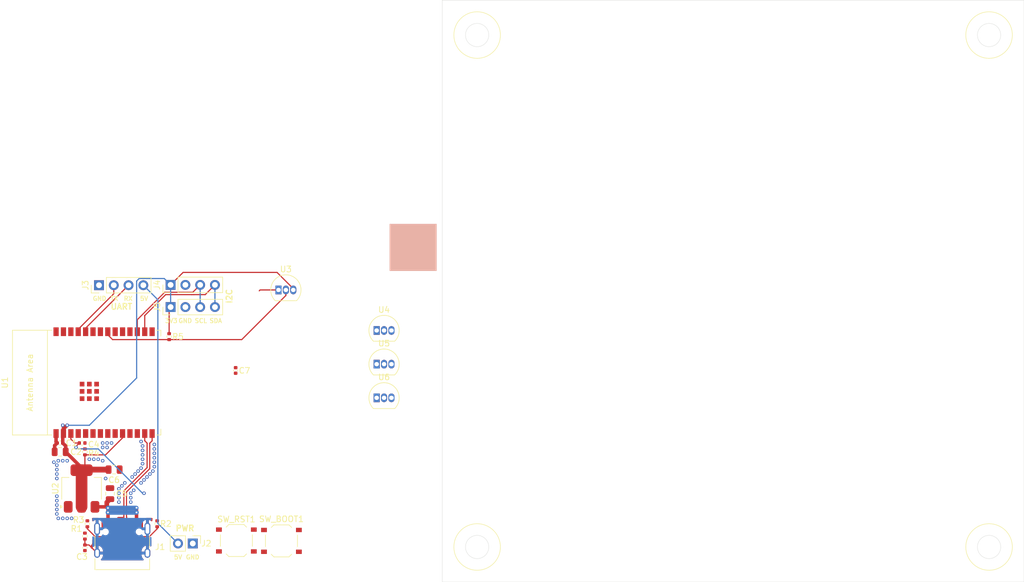
<source format=kicad_pcb>
(kicad_pcb (version 20241229) (generator "pcbnew") (generator_version "9.0")
  (layers (0 "F.Cu" signal) (2 "B.Cu" signal) (13 "F.Paste" user) (15 "B.Paste" user) (5 "F.SilkS" user "F.Silkscreen") (7 "B.SilkS" user "B.Silkscreen") (1 "F.Mask" user) (3 "B.Mask" user) (25 "Edge.Cuts" user))
  (net 0 "")
  (net 1 "+3V3")
  (net 2 "GND")
  (net 3 "Net-(J1-SHIELD)")
  (net 4 "Net-(J1-CC2)")
  (net 5 "USB_DP")
  (net 6 "+5V")
  (net 8 "Net-(J1-CC1)")
  (net 12 "SDA")
  (net 16 "SCL")
  (net 25 "EN")
  (net 26 "BOOT")
  (net 27 "RXD_1")
  (net 28 "TXD_1")
  (net 29 "TXD_0")
  (net 30 "RXD_0")
  (net 31 "DQ")
  (net 32 "USB_DN")
  (footprint "Resistor_SMD:R_0402_1005Metric" (layer "F.Cu") (at 39 140.01 90)
    (property "Reference" "R3" (at 0.676 -1.5 180) (layer "F.SilkS"))
    (property "Value" "5.1k")
    (fp_line (start -0.153641 -0.38) (end 0.153641 -0.38) (stroke (width 0.12)) (layer "F.SilkS"))
    (fp_line (start -0.153641 0.38) (end 0.153641 0.38) (stroke (width 0.12)) (layer "F.SilkS"))
    (pad "1" smd roundrect (at -0.51 0 90) (size 0.54 0.64) (layers "F.Cu" "F.Mask" "F.Paste") (net 8 "Net-(J1-CC1)"))
    (pad "2" smd roundrect (at 0.51 0 90) (size 0.54 0.64) (layers "F.Cu" "F.Mask" "F.Paste") (net 2 "GND"))
  )
  (footprint "Capacitor_SMD:C_0402_1005Metric" (layer "F.Cu") (at 38.098 126.126 180)
    (property "Reference" "C4" (at -2.004 -0.254 0) (layer "F.SilkS"))
    (property "Value" "100n")
    (fp_line (start -0.107836 0.36) (end 0.107836 0.36) (stroke (width 0.12)) (layer "F.SilkS"))
    (fp_line (start -0.107836 -0.36) (end 0.107836 -0.36) (stroke (width 0.12)) (layer "F.SilkS"))
    (pad "1" smd roundrect (at -0.48 0 180) (size 0.56 0.62) (layers "F.Cu" "F.Mask" "F.Paste") (net 2 "GND"))
    (pad "2" smd roundrect (at 0.48 0 180) (size 0.56 0.62) (layers "F.Cu" "F.Mask" "F.Paste") (net 25 "EN"))
  )
  (footprint "PCM_Espressif:ESP32-C6-WROOM-1" (layer "F.Cu") (at 41.88 115.745 90)
    (property "Reference" "U1" (at 0 -17.05 90) (layer "F.SilkS"))
    (property "Value" "ESP32-C6-WROOM-1")
    (fp_line (start 9 -15.75) (end 9 -9) (stroke (width 0.12)) (layer "F.SilkS"))
    (fp_line (start -9 -15.75) (end 9 -15.75) (stroke (width 0.12)) (layer "F.SilkS"))
    (fp_line (start -9 -15.75) (end -9 -9) (stroke (width 0.12)) (layer "F.SilkS"))
    (fp_line (start 9 -9.75) (end -9 -9.75) (stroke (width 0.12)) (layer "F.SilkS"))
    (fp_line (start 9 9) (end 9 9.75) (stroke (width 0.12)) (layer "F.SilkS"))
    (fp_line (start -9 9) (end -9 9.75) (stroke (width 0.12)) (layer "F.SilkS"))
    (fp_line (start 9 9.75) (end 8 9.75) (stroke (width 0.12)) (layer "F.SilkS"))
    (fp_line (start -9 9.75) (end -8 9.75) (stroke (width 0.12)) (layer "F.SilkS"))
    (fp_text user "Antenna Area" (at 0 -12.75 90) (layer "F.SilkS"))
    (pad "1" smd rect (at -8.75 -8.26 90) (size 1.5 0.9) (layers "F.Cu" "F.Mask" "F.Paste") (net 2 "GND"))
    (pad "2" smd rect (at -8.75 -6.99 90) (size 1.5 0.9) (layers "F.Cu" "F.Mask" "F.Paste") (net 1 "+3V3"))
    (pad "3" smd rect (at -8.75 -5.72 90) (size 1.5 0.9) (layers "F.Cu" "F.Mask" "F.Paste") (net 25 "EN"))
    (pad "4" smd rect (at -8.75 -4.45 90) (size 1.5 0.9) (layers "F.Cu" "F.Mask" "F.Paste"))
    (pad "5" smd rect (at -8.75 -3.18 90) (size 1.5 0.9) (layers "F.Cu" "F.Mask" "F.Paste"))
    (pad "6" smd rect (at -8.75 -1.91 90) (size 1.5 0.9) (layers "F.Cu" "F.Mask" "F.Paste"))
    (pad "7" smd rect (at -8.75 -0.64 90) (size 1.5 0.9) (layers "F.Cu" "F.Mask" "F.Paste"))
    (pad "8" smd rect (at -8.75 0.63 90) (size 1.5 0.9) (layers "F.Cu" "F.Mask" "F.Paste"))
    (pad "9" smd rect (at -8.75 1.9 90) (size 1.5 0.9) (layers "F.Cu" "F.Mask" "F.Paste"))
    (pad "10" smd rect (at -8.75 3.17 90) (size 1.5 0.9) (layers "F.Cu" "F.Mask" "F.Paste") (net 1 "+3V3"))
    (pad "11" smd rect (at -8.75 4.44 90) (size 1.5 0.9) (layers "F.Cu" "F.Mask" "F.Paste"))
    (pad "12" smd rect (at -8.75 5.71 90) (size 1.5 0.9) (layers "F.Cu" "F.Mask" "F.Paste"))
    (pad "13" smd rect (at -8.75 6.98 90) (size 1.5 0.9) (layers "F.Cu" "F.Mask" "F.Paste") (net 32 "USB_DN"))
    (pad "14" smd rect (at -8.75 8.25 90) (size 1.5 0.9) (layers "F.Cu" "F.Mask" "F.Paste") (net 5 "USB_DP"))
    (pad "15" smd rect (at 8.75 8.25 270) (size 1.5 0.9) (layers "F.Cu" "F.Mask" "F.Paste") (net 26 "BOOT"))
    (pad "16" smd rect (at 8.75 6.98 270) (size 1.5 0.9) (layers "F.Cu" "F.Mask" "F.Paste") (net 12 "SDA"))
    (pad "17" smd rect (at 8.75 5.71 270) (size 1.5 0.9) (layers "F.Cu" "F.Mask" "F.Paste") (net 16 "SCL"))
    (pad "18" smd rect (at 8.75 4.44 270) (size 1.5 0.9) (layers "F.Cu" "F.Mask" "F.Paste"))
    (pad "19" smd rect (at 8.75 3.17 270) (size 1.5 0.9) (layers "F.Cu" "F.Mask" "F.Paste"))
    (pad "20" smd rect (at 8.75 1.9 270) (size 1.5 0.9) (layers "F.Cu" "F.Mask" "F.Paste"))
    (pad "21" smd rect (at 8.75 0.63 270) (size 1.5 0.9) (layers "F.Cu" "F.Mask" "F.Paste") (net 31 "DQ"))
    (pad "22" smd rect (at 8.75 -0.64 270) (size 1.5 0.9) (layers "F.Cu" "F.Mask" "F.Paste"))
    (pad "23" smd rect (at 8.75 -1.91 270) (size 1.5 0.9) (layers "F.Cu" "F.Mask" "F.Paste"))
    (pad "24" smd rect (at 8.75 -3.18 270) (size 1.5 0.9) (layers "F.Cu" "F.Mask" "F.Paste") (net 30 "RXD_0"))
    (pad "25" smd rect (at 8.75 -4.45 270) (size 1.5 0.9) (layers "F.Cu" "F.Mask" "F.Paste") (net 29 "TXD_0"))
    (pad "26" smd rect (at 8.75 -5.72 270) (size 1.5 0.9) (layers "F.Cu" "F.Mask" "F.Paste") (net 28 "TXD_1"))
    (pad "27" smd rect (at 8.75 -6.99 270) (size 1.5 0.9) (layers "F.Cu" "F.Mask" "F.Paste") (net 27 "RXD_1"))
    (pad "28" smd rect (at 8.75 -8.26 270) (size 1.5 0.9) (layers "F.Cu" "F.Mask" "F.Paste") (net 2 "GND"))
    (pad "29" smd rect (at -2.755 -3.79 270) (size 0.8 0.8) (layers "F.Cu" "F.Mask" "F.Paste") (net 2 "GND"))
    (pad "29" smd rect (at -2.755 -2.54 270) (size 0.8 0.8) (layers "F.Cu" "F.Mask" "F.Paste") (net 2 "GND"))
    (pad "29" smd rect (at -2.755 -1.29 270) (size 0.8 0.8) (layers "F.Cu" "F.Mask" "F.Paste") (net 2 "GND"))
    (pad "29" smd rect (at -1.505 -3.79 270) (size 0.8 0.8) (layers "F.Cu" "F.Mask" "F.Paste") (net 2 "GND"))
    (pad "29" smd rect (at -1.505 -2.54 270) (size 0.8 0.8) (layers "F.Cu" "F.Mask" "F.Paste") (net 2 "GND"))
    (pad "29" smd rect (at -1.505 -1.29 270) (size 0.8 0.8) (layers "F.Cu" "F.Mask" "F.Paste") (net 2 "GND"))
    (pad "29" smd rect (at -0.255 -3.79 270) (size 0.8 0.8) (layers "F.Cu" "F.Mask" "F.Paste") (net 2 "GND"))
    (pad "29" smd rect (at -0.255 -2.54 270) (size 0.8 0.8) (layers "F.Cu" "F.Mask" "F.Paste") (net 2 "GND"))
    (pad "29" smd rect (at -0.255 -1.29 270) (size 0.8 0.8) (layers "F.Cu" "F.Mask" "F.Paste") (net 2 "GND"))
    (zone (net 0) (net_name "") (layers "F.Cu" "B.Cu") (name "antenna keepout") (connect_pads (clearance 0)) (min_thickness 0.254)
      (keepout (tracks not_allowed) (vias not_allowed) (pads not_allowed) (copperpour not_allowed) (footprints not_allowed))
      (fill (thermal_gap 0.508) (thermal_bridge_width 0.508))
      (polygon (pts (xy 32.13 106.745) (xy 32.13 124.745) (xy 26.13 124.745) (xy 26.13 106.745)))
    )
  )
  (footprint "Capacitor_SMD:C_0402_1005Metric" (layer "F.Cu") (at 34.288 126.126)
    (property "Reference" "C1" (at 1.98 0 0) (layer "F.SilkS"))
    (property "Value" "1u")
    (fp_line (start -0.107836 -0.36) (end 0.107836 -0.36) (stroke (width 0.12)) (layer "F.SilkS"))
    (fp_line (start -0.107836 0.36) (end 0.107836 0.36) (stroke (width 0.12)) (layer "F.SilkS"))
    (pad "1" smd roundrect (at -0.48 0) (size 0.56 0.62) (layers "F.Cu" "F.Mask" "F.Paste") (net 2 "GND"))
    (pad "2" smd roundrect (at 0.48 0) (size 0.56 0.62) (layers "F.Cu" "F.Mask" "F.Paste") (net 1 "+3V3"))
  )
  (footprint "Connector_PinHeader_2.54mm:PinHeader_1x02_P2.54mm_Vertical" (layer "F.Cu") (at 57.12 143.398 -90)
    (property "Reference" "J2" (at 0 -2.33 180) (layer "F.SilkS"))
    (property "Value" "Power-Header")
    (fp_line (start -1.33 3.87) (end 1.33 3.87) (stroke (width 0.12)) (layer "F.SilkS"))
    (fp_line (start -1.33 1.27) (end -1.33 3.87) (stroke (width 0.12)) (layer "F.SilkS"))
    (fp_line (start -1.33 1.27) (end 1.33 1.27) (stroke (width 0.12)) (layer "F.SilkS"))
    (fp_line (start 1.33 1.27) (end 1.33 3.87) (stroke (width 0.12)) (layer "F.SilkS"))
    (fp_line (start -1.33 0) (end -1.33 -1.33) (stroke (width 0.12)) (layer "F.SilkS"))
    (fp_line (start -1.33 -1.33) (end 0 -1.33) (stroke (width 0.12)) (layer "F.SilkS"))
    (pad "1" thru_hole rect (at 0 0 270) (size 1.7 1.7) (drill 1) (layers "*.Cu" "*.Mask") (net 2 "GND"))
    (pad "2" thru_hole oval (at 0 2.54 270) (size 1.7 1.7) (drill 1) (layers "*.Cu" "*.Mask") (net 6 "+5V"))
  )
  (footprint "Package_TO_SOT_THT:TO-92_Inline" (layer "F.Cu") (at 88.73 106.78)
    (property "Reference" "U4" (at 1.27 -3.56 0) (layer "F.SilkS"))
    (property "Value" "DS18B20")
    (fp_line (start -0.53 1.85) (end 3.07 1.85) (stroke (width 0.12)) (layer "F.SilkS"))
    (fp_arc (start -0.568478 1.838478) (mid -1.132087 -0.994977) (end 1.27 -2.6) (stroke (width 0.12)) (layer "F.SilkS"))
    (fp_arc (start 1.27 -2.6) (mid 3.672087 -0.994977) (end 3.108478 1.838478) (stroke (width 0.12)) (layer "F.SilkS"))
    (pad "1" thru_hole rect (at 0 0) (size 1.05 1.5) (drill 0.75) (layers "*.Cu" "*.Mask") (net 2 "GND"))
    (pad "2" thru_hole oval (at 1.27 0) (size 1.05 1.5) (drill 0.75) (layers "*.Cu" "*.Mask") (net 31 "DQ"))
    (pad "3" thru_hole oval (at 2.54 0) (size 1.05 1.5) (drill 0.75) (layers "*.Cu" "*.Mask") (net 1 "+3V3"))
  )
  (footprint "Resistor_SMD:R_0402_1005Metric" (layer "F.Cu") (at 53.056 107.84 -90)
    (property "Reference" "R5" (at -0.002 -1.524 180) (layer "F.SilkS"))
    (property "Value" "4.7k")
    (fp_line (start -0.153641 0.38) (end 0.153641 0.38) (stroke (width 0.12)) (layer "F.SilkS"))
    (fp_line (start -0.153641 -0.38) (end 0.153641 -0.38) (stroke (width 0.12)) (layer "F.SilkS"))
    (pad "1" smd roundrect (at -0.51 0 270) (size 0.54 0.64) (layers "F.Cu" "F.Mask" "F.Paste") (net 1 "+3V3"))
    (pad "2" smd roundrect (at 0.51 0 270) (size 0.54 0.64) (layers "F.Cu" "F.Mask" "F.Paste") (net 31 "DQ"))
  )
  (footprint "Button_Switch_SMD:SW_Push_1P1T_XKB_TS-1187A" (layer "F.Cu") (at 64.613 142.89 180)
    (property "Reference" "SW_RST1" (at 0 3.653 0) (layer "F.SilkS"))
    (property "Value" "TS-1187A-B-A-B")
    (fp_line (start 2.75 -1) (end 2.75 1) (stroke (width 0.12)) (layer "F.SilkS"))
    (fp_line (start 1.75 2.3) (end 1.3 2.75) (stroke (width 0.12)) (layer "F.SilkS"))
    (fp_line (start 1.75 -2.3) (end 1.3 -2.75) (stroke (width 0.12)) (layer "F.SilkS"))
    (fp_line (start -1.3 2.75) (end 1.3 2.75) (stroke (width 0.12)) (layer "F.SilkS"))
    (fp_line (start -1.3 -2.75) (end 1.3 -2.75) (stroke (width 0.12)) (layer "F.SilkS"))
    (fp_line (start -1.75 2.3) (end -1.3 2.75) (stroke (width 0.12)) (layer "F.SilkS"))
    (fp_line (start -1.75 -2.3) (end -1.3 -2.75) (stroke (width 0.12)) (layer "F.SilkS"))
    (fp_line (start -2.75 -1) (end -2.75 1) (stroke (width 0.12)) (layer "F.SilkS"))
    (pad "1" smd rect (at -3 -1.875 180) (size 1 0.75) (layers "F.Cu" "F.Mask" "F.Paste") (net 2 "GND"))
    (pad "1" smd rect (at 3 -1.875 180) (size 1 0.75) (layers "F.Cu" "F.Mask" "F.Paste") (net 2 "GND"))
    (pad "2" smd rect (at -3 1.875 180) (size 1 0.75) (layers "F.Cu" "F.Mask" "F.Paste") (net 25 "EN"))
    (pad "2" smd rect (at 3 1.875 180) (size 1 0.75) (layers "F.Cu" "F.Mask" "F.Paste") (net 25 "EN"))
  )
  (footprint "Package_TO_SOT_THT:TO-92_Inline" (layer "F.Cu") (at 88.73 118.36)
    (property "Reference" "U6" (at 1.27 -3.56 0) (layer "F.SilkS"))
    (property "Value" "DS18B20")
    (fp_line (start -0.53 1.85) (end 3.07 1.85) (stroke (width 0.12)) (layer "F.SilkS"))
    (fp_arc (start -0.568478 1.838478) (mid -1.132087 -0.994977) (end 1.27 -2.6) (stroke (width 0.12)) (layer "F.SilkS"))
    (fp_arc (start 1.27 -2.6) (mid 3.672087 -0.994977) (end 3.108478 1.838478) (stroke (width 0.12)) (layer "F.SilkS"))
    (pad "1" thru_hole rect (at 0 0) (size 1.05 1.5) (drill 0.75) (layers "*.Cu" "*.Mask") (net 2 "GND"))
    (pad "2" thru_hole oval (at 1.27 0) (size 1.05 1.5) (drill 0.75) (layers "*.Cu" "*.Mask") (net 31 "DQ"))
    (pad "3" thru_hole oval (at 2.54 0) (size 1.05 1.5) (drill 0.75) (layers "*.Cu" "*.Mask") (net 1 "+3V3"))
  )
  (footprint "Package_TO_SOT_THT:TO-92_Inline" (layer "F.Cu") (at 71.852 99.816)
    (property "Reference" "U3" (at 1.27 -3.56 0) (layer "F.SilkS"))
    (property "Value" "DS18B20")
    (fp_line (start -0.53 1.85) (end 3.07 1.85) (stroke (width 0.12)) (layer "F.SilkS"))
    (fp_arc (start -0.568478 1.838478) (mid -1.132087 -0.994977) (end 1.27 -2.6) (stroke (width 0.12)) (layer "F.SilkS"))
    (fp_arc (start 1.27 -2.6) (mid 3.672087 -0.994977) (end 3.108478 1.838478) (stroke (width 0.12)) (layer "F.SilkS"))
    (pad "1" thru_hole rect (at 0 0) (size 1.05 1.5) (drill 0.75) (layers "*.Cu" "*.Mask") (net 2 "GND"))
    (pad "2" thru_hole oval (at 1.27 0) (size 1.05 1.5) (drill 0.75) (layers "*.Cu" "*.Mask") (net 31 "DQ"))
    (pad "3" thru_hole oval (at 2.54 0) (size 1.05 1.5) (drill 0.75) (layers "*.Cu" "*.Mask") (net 1 "+3V3"))
  )
  (footprint "Capacitor_SMD:C_0402_1005Metric" (layer "F.Cu") (at 64.486 113.652 90)
    (property "Reference" "C7" (at -0.028 1.524 0) (layer "F.SilkS"))
    (property "Value" "100n")
    (fp_line (start -0.107836 -0.36) (end 0.107836 -0.36) (stroke (width 0.12)) (layer "F.SilkS"))
    (fp_line (start -0.107836 0.36) (end 0.107836 0.36) (stroke (width 0.12)) (layer "F.SilkS"))
    (pad "1" smd roundrect (at -0.48 0 90) (size 0.56 0.62) (layers "F.Cu" "F.Mask" "F.Paste") (net 26 "BOOT"))
    (pad "2" smd roundrect (at 0.48 0 90) (size 0.56 0.62) (layers "F.Cu" "F.Mask" "F.Paste") (net 2 "GND"))
  )
  (footprint "Package_TO_SOT_SMD:SOT-223-3_TabPin2" (layer "F.Cu") (at 38.0052 133.9488 90)
    (property "Reference" "U2" (at 0 -4.5 90) (layer "F.SilkS"))
    (property "Value" "AMS1117-3.3")
    (fp_line (start 1.91 -3.41) (end 1.91 -2.15) (stroke (width 0.12)) (layer "F.SilkS"))
    (fp_line (start -1.85 -3.41) (end 1.91 -3.41) (stroke (width 0.12)) (layer "F.SilkS"))
    (fp_line (start 1.91 3.41) (end 1.91 2.15) (stroke (width 0.12)) (layer "F.SilkS"))
    (fp_line (start -1.85 3.41) (end 1.91 3.41) (stroke (width 0.12)) (layer "F.SilkS"))
    (fp_poly (pts (xy -3.13 -3.31) (xy -3.37 -3.64) (xy -2.89 -3.64) (xy -3.13 -3.31)) (stroke (width 0.12)) (fill yes) (layer "F.SilkS"))
    (pad "1" smd roundrect (at -3.15 -2.3 90) (size 2 1.5) (layers "F.Cu" "F.Mask" "F.Paste") (net 2 "GND"))
    (pad "2" smd roundrect (at -3.15 0 90) (size 2 1.5) (layers "F.Cu" "F.Mask" "F.Paste") (net 1 "+3V3"))
    (pad "2" smd roundrect (at 3.15 0 90) (size 2 3.8) (layers "F.Cu" "F.Mask" "F.Paste") (net 1 "+3V3"))
    (pad "3" smd roundrect (at -3.15 2.3 90) (size 2 1.5) (layers "F.Cu" "F.Mask" "F.Paste") (net 6 "+5V"))
  )
  (footprint "Capacitor_SMD:C_0402_1005Metric" (layer "F.Cu") (at 38.578 144.132 90)
    (property "Reference" "C3" (at -1.552 -0.508 0) (layer "F.SilkS"))
    (property "Value" "4.7n")
    (fp_line (start -0.107836 -0.36) (end 0.107836 -0.36) (stroke (width 0.12)) (layer "F.SilkS"))
    (fp_line (start -0.107836 0.36) (end 0.107836 0.36) (stroke (width 0.12)) (layer "F.SilkS"))
    (pad "1" smd roundrect (at -0.48 0 90) (size 0.56 0.62) (layers "F.Cu" "F.Mask" "F.Paste") (net 2 "GND"))
    (pad "2" smd roundrect (at 0.48 0 90) (size 0.56 0.62) (layers "F.Cu" "F.Mask" "F.Paste") (net 3 "Net-(J1-SHIELD)"))
  )
  (footprint "Connector_PinHeader_2.54mm:PinHeader_1x04_P2.54mm_Vertical" (layer "F.Cu") (at 53.31 102.758 90)
    (property "Reference" "J5" (at 0 -2.33 90) (layer "F.SilkS"))
    (property "Value" "I2C")
    (fp_line (start -1.33 -1.33) (end 0 -1.33) (stroke (width 0.12)) (layer "F.SilkS"))
    (fp_line (start -1.33 0) (end -1.33 -1.33) (stroke (width 0.12)) (layer "F.SilkS"))
    (fp_line (start 1.33 1.27) (end 1.33 8.95) (stroke (width 0.12)) (layer "F.SilkS"))
    (fp_line (start -1.33 1.27) (end 1.33 1.27) (stroke (width 0.12)) (layer "F.SilkS"))
    (fp_line (start -1.33 1.27) (end -1.33 8.95) (stroke (width 0.12)) (layer "F.SilkS"))
    (fp_line (start -1.33 8.95) (end 1.33 8.95) (stroke (width 0.12)) (layer "F.SilkS"))
    (pad "1" thru_hole rect (at 0 0 90) (size 1.7 1.7) (drill 1) (layers "*.Cu" "*.Mask") (net 1 "+3V3"))
    (pad "2" thru_hole oval (at 0 2.54 90) (size 1.7 1.7) (drill 1) (layers "*.Cu" "*.Mask") (net 2 "GND"))
    (pad "3" thru_hole oval (at 0 5.08 90) (size 1.7 1.7) (drill 1) (layers "*.Cu" "*.Mask") (net 16 "SCL"))
    (pad "4" thru_hole oval (at 0 7.62 90) (size 1.7 1.7) (drill 1) (layers "*.Cu" "*.Mask") (net 12 "SDA"))
  )
  (footprint "Connector_PinHeader_2.54mm:PinHeader_1x04_P2.54mm_Vertical" (layer "F.Cu") (at 53.31 98.948 90)
    (property "Reference" "J4" (at 0 -2.33 90) (layer "F.SilkS"))
    (property "Value" "I2C")
    (fp_line (start -1.33 -1.33) (end 0 -1.33) (stroke (width 0.12)) (layer "F.SilkS"))
    (fp_line (start -1.33 0) (end -1.33 -1.33) (stroke (width 0.12)) (layer "F.SilkS"))
    (fp_line (start 1.33 1.27) (end 1.33 8.95) (stroke (width 0.12)) (layer "F.SilkS"))
    (fp_line (start -1.33 1.27) (end 1.33 1.27) (stroke (width 0.12)) (layer "F.SilkS"))
    (fp_line (start -1.33 1.27) (end -1.33 8.95) (stroke (width 0.12)) (layer "F.SilkS"))
    (fp_line (start -1.33 8.95) (end 1.33 8.95) (stroke (width 0.12)) (layer "F.SilkS"))
    (pad "1" thru_hole rect (at 0 0 90) (size 1.7 1.7) (drill 1) (layers "*.Cu" "*.Mask") (net 1 "+3V3"))
    (pad "2" thru_hole oval (at 0 2.54 90) (size 1.7 1.7) (drill 1) (layers "*.Cu" "*.Mask") (net 2 "GND"))
    (pad "3" thru_hole oval (at 0 5.08 90) (size 1.7 1.7) (drill 1) (layers "*.Cu" "*.Mask") (net 16 "SCL"))
    (pad "4" thru_hole oval (at 0 7.62 90) (size 1.7 1.7) (drill 1) (layers "*.Cu" "*.Mask") (net 12 "SDA"))
  )
  (footprint "Connector_PinHeader_2.54mm:PinHeader_1x04_P2.54mm_Vertical" (layer "F.Cu") (at 41 99 90)
    (property "Reference" "J3" (at 0 -2.33 90) (layer "F.SilkS"))
    (property "Value" "UART")
    (fp_line (start -1.33 -1.33) (end 0 -1.33) (stroke (width 0.12)) (layer "F.SilkS"))
    (fp_line (start -1.33 0) (end -1.33 -1.33) (stroke (width 0.12)) (layer "F.SilkS"))
    (fp_line (start 1.33 1.27) (end 1.33 8.95) (stroke (width 0.12)) (layer "F.SilkS"))
    (fp_line (start -1.33 1.27) (end 1.33 1.27) (stroke (width 0.12)) (layer "F.SilkS"))
    (fp_line (start -1.33 1.27) (end -1.33 8.95) (stroke (width 0.12)) (layer "F.SilkS"))
    (fp_line (start -1.33 8.95) (end 1.33 8.95) (stroke (width 0.12)) (layer "F.SilkS"))
    (pad "1" thru_hole rect (at 0 0 90) (size 1.7 1.7) (drill 1) (layers "*.Cu" "*.Mask") (net 2 "GND"))
    (pad "2" thru_hole oval (at 0 2.54 90) (size 1.7 1.7) (drill 1) (layers "*.Cu" "*.Mask") (net 29 "TXD_0"))
    (pad "3" thru_hole oval (at 0 5.08 90) (size 1.7 1.7) (drill 1) (layers "*.Cu" "*.Mask") (net 30 "RXD_0"))
    (pad "4" thru_hole oval (at 0 7.62 90) (size 1.7 1.7) (drill 1) (layers "*.Cu" "*.Mask") (net 6 "+5V"))
  )
  (footprint "Button_Switch_SMD:SW_Push_1P1T_XKB_TS-1187A" (layer "F.Cu") (at 72.36 142.95)
    (property "Reference" "SW_BOOT1" (at 0 -3.75 0) (layer "F.SilkS"))
    (property "Value" "TS-1187A-B-A-B")
    (fp_line (start -2.75 -1) (end -2.75 1) (stroke (width 0.12)) (layer "F.SilkS"))
    (fp_line (start -1.75 -2.3) (end -1.3 -2.75) (stroke (width 0.12)) (layer "F.SilkS"))
    (fp_line (start -1.75 2.3) (end -1.3 2.75) (stroke (width 0.12)) (layer "F.SilkS"))
    (fp_line (start -1.3 -2.75) (end 1.3 -2.75) (stroke (width 0.12)) (layer "F.SilkS"))
    (fp_line (start -1.3 2.75) (end 1.3 2.75) (stroke (width 0.12)) (layer "F.SilkS"))
    (fp_line (start 1.75 -2.3) (end 1.3 -2.75) (stroke (width 0.12)) (layer "F.SilkS"))
    (fp_line (start 1.75 2.3) (end 1.3 2.75) (stroke (width 0.12)) (layer "F.SilkS"))
    (fp_line (start 2.75 -1) (end 2.75 1) (stroke (width 0.12)) (layer "F.SilkS"))
    (pad "1" smd rect (at -3 -1.875) (size 1 0.75) (layers "F.Cu" "F.Mask" "F.Paste") (net 26 "BOOT"))
    (pad "1" smd rect (at 3 -1.875) (size 1 0.75) (layers "F.Cu" "F.Mask" "F.Paste") (net 26 "BOOT"))
    (pad "2" smd rect (at -3 1.875) (size 1 0.75) (layers "F.Cu" "F.Mask" "F.Paste") (net 2 "GND"))
    (pad "2" smd rect (at 3 1.875) (size 1 0.75) (layers "F.Cu" "F.Mask" "F.Paste") (net 2 "GND"))
  )
  (footprint "Capacitor_SMD:C_0805_2012Metric" (layer "F.Cu") (at 42.896 134.828 90)
    (property "Reference" "C5" (at 0 2 180) (layer "F.SilkS"))
    (property "Value" "47u")
    (fp_line (start -0.261252 -0.735) (end 0.261252 -0.735) (stroke (width 0.12)) (layer "F.SilkS"))
    (fp_line (start -0.261252 0.735) (end 0.261252 0.735) (stroke (width 0.12)) (layer "F.SilkS"))
    (pad "1" smd roundrect (at -0.95 0 90) (size 1 1.45) (layers "F.Cu" "F.Mask" "F.Paste") (net 6 "+5V"))
    (pad "2" smd roundrect (at 0.95 0 90) (size 1 1.45) (layers "F.Cu" "F.Mask" "F.Paste") (net 2 "GND"))
  )
  (footprint "Resistor_SMD:R_0402_1005Metric" (layer "F.Cu") (at 38.578 142.13 -90)
    (property "Reference" "R1" (at -1.272 1.45 180) (layer "F.SilkS"))
    (property "Value" "1M")
    (fp_line (start -0.153641 0.38) (end 0.153641 0.38) (stroke (width 0.12)) (layer "F.SilkS"))
    (fp_line (start -0.153641 -0.38) (end 0.153641 -0.38) (stroke (width 0.12)) (layer "F.SilkS"))
    (pad "1" smd roundrect (at -0.51 0 270) (size 0.54 0.64) (layers "F.Cu" "F.Mask" "F.Paste") (net 2 "GND"))
    (pad "2" smd roundrect (at 0.51 0 270) (size 0.54 0.64) (layers "F.Cu" "F.Mask" "F.Paste") (net 3 "Net-(J1-SHIELD)"))
  )
  (footprint "Resistor_SMD:R_0402_1005Metric" (layer "F.Cu") (at 51 140.01 90)
    (property "Reference" "R2" (at 0 1.5 0) (layer "F.SilkS"))
    (property "Value" "5.1k")
    (fp_line (start -0.153641 -0.38) (end 0.153641 -0.38) (stroke (width 0.12)) (layer "F.SilkS"))
    (fp_line (start -0.153641 0.38) (end 0.153641 0.38) (stroke (width 0.12)) (layer "F.SilkS"))
    (pad "1" smd roundrect (at -0.51 0 90) (size 0.54 0.64) (layers "F.Cu" "F.Mask" "F.Paste") (net 4 "Net-(J1-CC2)"))
    (pad "2" smd roundrect (at 0.51 0 90) (size 0.54 0.64) (layers "F.Cu" "F.Mask" "F.Paste") (net 2 "GND"))
  )
  (footprint "Package_TO_SOT_THT:TO-92_Inline" (layer "F.Cu") (at 88.73 112.57)
    (property "Reference" "U5" (at 1.27 -3.56 0) (layer "F.SilkS"))
    (property "Value" "DS18B20")
    (fp_line (start -0.53 1.85) (end 3.07 1.85) (stroke (width 0.12)) (layer "F.SilkS"))
    (fp_arc (start -0.568478 1.838478) (mid -1.132087 -0.994977) (end 1.27 -2.6) (stroke (width 0.12)) (layer "F.SilkS"))
    (fp_arc (start 1.27 -2.6) (mid 3.672087 -0.994977) (end 3.108478 1.838478) (stroke (width 0.12)) (layer "F.SilkS"))
    (pad "1" thru_hole rect (at 0 0) (size 1.05 1.5) (drill 0.75) (layers "*.Cu" "*.Mask") (net 2 "GND"))
    (pad "2" thru_hole oval (at 1.27 0) (size 1.05 1.5) (drill 0.75) (layers "*.Cu" "*.Mask") (net 31 "DQ"))
    (pad "3" thru_hole oval (at 2.54 0) (size 1.05 1.5) (drill 0.75) (layers "*.Cu" "*.Mask") (net 1 "+3V3"))
  )
  (footprint "Capacitor_SMD:C_0805_2012Metric" (layer "F.Cu") (at 34.326 127.65)
    (property "Reference" "C2" (at 2.728 0 0) (layer "F.SilkS"))
    (property "Value" "47u")
    (fp_line (start -0.261252 -0.735) (end 0.261252 -0.735) (stroke (width 0.12)) (layer "F.SilkS"))
    (fp_line (start -0.261252 0.735) (end 0.261252 0.735) (stroke (width 0.12)) (layer "F.SilkS"))
    (pad "1" smd roundrect (at -0.95 0) (size 1 1.45) (layers "F.Cu" "F.Mask" "F.Paste") (net 2 "GND"))
    (pad "2" smd roundrect (at 0.95 0) (size 1 1.45) (layers "F.Cu" "F.Mask" "F.Paste") (net 1 "+3V3"))
  )
  (footprint "Connector_USB:USB_C_Receptacle_HRO_TYPE-C-31-M-12" (layer "F.Cu") (at 45 144)
    (property "Reference" "J1" (at 6.5 0 0) (layer "F.SilkS"))
    (property "Value" "TYPE-C-31-M-04")
    (fp_line (start -4.7 -1.9) (end -4.7 0.1) (stroke (width 0.12)) (layer "F.SilkS"))
    (fp_line (start -4.7 2) (end -4.7 3.9) (stroke (width 0.12)) (layer "F.SilkS"))
    (fp_line (start -4.7 3.9) (end 4.7 3.9) (stroke (width 0.12)) (layer "F.SilkS"))
    (fp_line (start 4.7 -1.9) (end 4.7 0.1) (stroke (width 0.12)) (layer "F.SilkS"))
    (fp_line (start 4.7 2) (end 4.7 3.9) (stroke (width 0.12)) (layer "F.SilkS"))
    (pad "" np_thru_hole circle (at -2.89 -2.6) (size 0.65 0.65) (drill 0.65) (layers "*.Cu" "*.Mask"))
    (pad "" np_thru_hole circle (at 2.89 -2.6) (size 0.65 0.65) (drill 0.65) (layers "*.Cu" "*.Mask"))
    (pad "A1" smd rect (at -3.25 -4.045) (size 0.6 1.45) (layers "F.Cu" "F.Mask" "F.Paste") (net 2 "GND"))
    (pad "A4" smd rect (at -2.45 -4.045) (size 0.6 1.45) (layers "F.Cu" "F.Mask" "F.Paste") (net 6 "+5V"))
    (pad "A5" smd rect (at -1.25 -4.045) (size 0.3 1.45) (layers "F.Cu" "F.Mask" "F.Paste") (net 8 "Net-(J1-CC1)"))
    (pad "A6" smd rect (at -0.25 -4.045) (size 0.3 1.45) (layers "F.Cu" "F.Mask" "F.Paste") (net 5 "USB_DP"))
    (pad "A7" smd rect (at 0.25 -4.045) (size 0.3 1.45) (layers "F.Cu" "F.Mask" "F.Paste") (net 32 "USB_DN"))
    (pad "A8" smd rect (at 1.25 -4.045) (size 0.3 1.45) (layers "F.Cu" "F.Mask" "F.Paste"))
    (pad "A9" smd rect (at 2.45 -4.045) (size 0.6 1.45) (layers "F.Cu" "F.Mask" "F.Paste") (net 6 "+5V"))
    (pad "A12" smd rect (at 3.25 -4.045) (size 0.6 1.45) (layers "F.Cu" "F.Mask" "F.Paste") (net 2 "GND"))
    (pad "B1" smd rect (at 3.25 -4.045) (size 0.6 1.45) (layers "F.Cu" "F.Mask" "F.Paste") (net 2 "GND"))
    (pad "B4" smd rect (at 2.45 -4.045) (size 0.6 1.45) (layers "F.Cu" "F.Mask" "F.Paste") (net 6 "+5V"))
    (pad "B5" smd rect (at 1.75 -4.045) (size 0.3 1.45) (layers "F.Cu" "F.Mask" "F.Paste") (net 4 "Net-(J1-CC2)"))
    (pad "B6" smd rect (at 0.75 -4.045) (size 0.3 1.45) (layers "F.Cu" "F.Mask" "F.Paste") (net 5 "USB_DP"))
    (pad "B7" smd rect (at -0.75 -4.045) (size 0.3 1.45) (layers "F.Cu" "F.Mask" "F.Paste") (net 32 "USB_DN"))
    (pad "B8" smd rect (at -1.75 -4.045) (size 0.3 1.45) (layers "F.Cu" "F.Mask" "F.Paste"))
    (pad "B9" smd rect (at -2.45 -4.045) (size 0.6 1.45) (layers "F.Cu" "F.Mask" "F.Paste") (net 6 "+5V"))
    (pad "B12" smd rect (at -3.25 -4.045) (size 0.6 1.45) (layers "F.Cu" "F.Mask" "F.Paste") (net 2 "GND"))
    (pad "S1" thru_hole oval (at -4.32 -3.13) (size 1 2.1) (drill oval 0.6 1.7) (property pad_prop_heatsink) (layers "*.Cu" "*.Mask") (net 3 "Net-(J1-SHIELD)"))
    (pad "S1" thru_hole oval (at -4.32 1.05) (size 1 1.6) (drill oval 0.6 1.2) (property pad_prop_heatsink) (layers "*.Cu" "*.Mask") (net 3 "Net-(J1-SHIELD)"))
    (pad "S1" thru_hole oval (at 4.32 -3.13) (size 1 2.1) (drill oval 0.6 1.7) (property pad_prop_heatsink) (layers "*.Cu" "*.Mask") (net 3 "Net-(J1-SHIELD)"))
    (pad "S1" thru_hole oval (at 4.32 1.05) (size 1 1.6) (drill oval 0.6 1.2) (property pad_prop_heatsink) (layers "*.Cu" "*.Mask") (net 3 "Net-(J1-SHIELD)"))
  )
  (footprint "Capacitor_SMD:C_0805_2012Metric" (layer "F.Cu") (at 43.592 130.698)
    (property "Reference" "C6" (at 0 1.778 0) (layer "F.SilkS"))
    (property "Value" "47u")
    (fp_line (start -0.261252 -0.735) (end 0.261252 -0.735) (stroke (width 0.12)) (layer "F.SilkS"))
    (fp_line (start -0.261252 0.735) (end 0.261252 0.735) (stroke (width 0.12)) (layer "F.SilkS"))
    (pad "1" smd roundrect (at -0.95 0) (size 1 1.45) (layers "F.Cu" "F.Mask" "F.Paste") (net 1 "+3V3"))
    (pad "2" smd roundrect (at 0.95 0) (size 1 1.45) (layers "F.Cu" "F.Mask" "F.Paste") (net 2 "GND"))
  )
  (footprint "Resistor_SMD:R_0402_1005Metric" (layer "F.Cu") (at 38.578 127.652 -90)
    (property "Reference" "R4" (at 0.252 -1.524 180) (layer "F.SilkS"))
    (property "Value" "10k")
    (fp_line (start -0.153641 0.38) (end 0.153641 0.38) (stroke (width 0.12)) (layer "F.SilkS"))
    (fp_line (start -0.153641 -0.38) (end 0.153641 -0.38) (stroke (width 0.12)) (layer "F.SilkS"))
    (pad "1" smd roundrect (at -0.51 0 270) (size 0.54 0.64) (layers "F.Cu" "F.Mask" "F.Paste") (net 25 "EN"))
    (pad "2" smd roundrect (at 0.51 0 270) (size 0.54 0.64) (layers "F.Cu" "F.Mask" "F.Paste") (net 1 "+3V3"))
  )
  (gr_circle (center 194 56) (end 194 60) (stroke (width 0.1)) (fill no) (layer "F.SilkS"))
  (gr_circle (center 106 56) (end 106 60) (stroke (width 0.1)) (fill no) (layer "F.SilkS"))
  (gr_circle (center 106 144) (end 106 148) (stroke (width 0.1)) (fill no) (layer "F.SilkS"))
  (gr_circle (center 194 144) (end 194 148) (stroke (width 0.1)) (fill no) (layer "F.SilkS"))
  (gr_rect (start 91 88.5) (end 99 96.5) (stroke (width 0.1)) (fill yes) (layer "B.SilkS"))
  (gr_circle (center 194 56) (end 196 56) (stroke (width 0.05)) (fill no) (layer "Edge.Cuts"))
  (gr_line (start 200 150) (end 200 50) (stroke (width 0.05)) (layer "Edge.Cuts"))
  (gr_circle (center 106 144) (end 108 144) (stroke (width 0.05)) (fill no) (layer "Edge.Cuts"))
  (gr_line (start 100 150) (end 200 150) (stroke (width 0.05)) (layer "Edge.Cuts"))
  (gr_line (start 100 50) (end 200 50) (stroke (width 0.05)) (layer "Edge.Cuts"))
  (gr_circle (center 194 144) (end 196 144) (stroke (width 0.05)) (fill no) (layer "Edge.Cuts"))
  (gr_circle (center 106 56) (end 108 56) (stroke (width 0.05)) (fill no) (layer "Edge.Cuts"))
  (gr_line (start 100 150) (end 100 50) (stroke (width 0.05)) (layer "Edge.Cuts"))
  (gr_text "I2C\n" (at 63.978 102.25 90) (layer "F.SilkS") (effects (font (size 1 1) (thickness 0.2)) (justify left bottom)))
  (gr_text "PWR" (at 54.072 141.366 0) (layer "F.SilkS") (effects (font (size 1 1) (thickness 0.2)) (justify left bottom)))
  (gr_text "TX" (at 42.896 101.742 0) (layer "F.SilkS") (effects (font (size 0.75 0.75)) (justify left bottom)))
  (gr_text "SDA" (at 59.914 105.552 0) (layer "F.SilkS") (effects (font (size 0.75 0.75)) (justify left bottom)))
  (gr_text "5V\n" (at 47.976 101.742 0) (layer "F.SilkS") (effects (font (size 0.75 0.75)) (justify left bottom)))
  (gr_text "GND" (at 55.85 146.192 0) (layer "F.SilkS") (effects (font (size 0.75 0.75)) (justify left bottom)))
  (gr_text "UART\n" (at 42.896 103.266 0) (layer "F.SilkS") (effects (font (size 1 1) (thickness 0.2)) (justify left bottom)))
  (gr_text "RX\n" (at 45.182 101.742 0) (layer "F.SilkS") (effects (font (size 0.75 0.75)) (justify left bottom)))
  (gr_text "3V3\n" (at 52.294 105.552 0) (layer "F.SilkS") (effects (font (size 0.75 0.75)) (justify left bottom)))
  (gr_text "GND" (at 39.848 101.742 0) (layer "F.SilkS") (effects (font (size 0.75 0.75)) (justify left bottom)))
  (gr_text "GND" (at 54.58 105.552 0) (layer "F.SilkS") (effects (font (size 0.75 0.75)) (justify left bottom)))
  (gr_text "SCL\n" (at 57.374 105.552 0) (layer "F.SilkS") (effects (font (size 0.75 0.75)) (justify left bottom)))
  (gr_text "5V\n" (at 53.818 146.192 0) (layer "F.SilkS") (effects (font (size 0.75 0.75)) (justify left bottom)))
  (segment (start 42.642 130.698) (end 38.106 130.698) (width 1) (layer "F.Cu") (net 1))
  (segment (start 38.106 130.48) (end 35.276 127.65) (width 0.6) (layer "F.Cu") (net 1))
  (segment (start 38.0052 137.0988) (end 38.0052 130.7988) (width 2) (layer "F.Cu") (net 1))
  (segment (start 71.602 96.801) (end 74.392 99.591) (width 0.2) (layer "F.Cu") (net 1))
  (segment (start 74.392 99.591) (end 74.392 99.816) (width 0.2) (layer "F.Cu") (net 1))
  (segment (start 44.42 125.872) (end 42.13 128.162) (width 0.2) (layer "F.Cu") (net 1))
  (segment (start 34.768 124.617) (end 34.89 124.495) (width 0.6) (layer "F.Cu") (net 1))
  (segment (start 44.424 125.872) (end 44.42 125.872) (width 0.2) (layer "F.Cu") (net 1))
  (segment (start 34.768 126.126) (end 34.768 124.617) (width 0.6) (layer "F.Cu") (net 1))
  (segment (start 53.056 107.33) (end 53.056 103.012) (width 0.2) (layer "F.Cu") (net 1))
  (segment (start 53.056 103.012) (end 53.31 102.758) (width 0.2) (layer "F.Cu") (net 1))
  (segment (start 45.05 125.246) (end 44.424 125.872) (width 0.2) (layer "F.Cu") (net 1))
  (segment (start 42.13 128.162) (end 38.578 128.162) (width 0.2) (layer "F.Cu") (net 1))
  (segment (start 34.89 123.718) (end 35.53 123.078) (width 0.6) (layer "F.Cu") (net 1))
  (segment (start 38.578 128.162) (end 38.578 130.008) (width 0.2) (layer "F.Cu") (net 1))
  (segment (start 35.276 127.65) (end 35.276 126.634) (width 0.6) (layer "F.Cu") (net 1))
  (segment (start 34.89 124.495) (end 34.89 123.718) (width 0.6) (layer "F.Cu") (net 1))
  (segment (start 35.276 126.634) (end 34.768 126.126) (width 0.6) (layer "F.Cu") (net 1))
  (segment (start 38.578 130.008) (end 38.106 130.48) (width 0.2) (layer "F.Cu") (net 1))
  (segment (start 34.89 123.2) (end 34.768 123.078) (width 0.6) (layer "F.Cu") (net 1))
  (segment (start 38.106 130.698) (end 38.0052 130.7988) (width 0.2) (layer "F.Cu") (net 1))
  (segment (start 53.31 98.948) (end 55.457 96.801) (width 0.2) (layer "F.Cu") (net 1))
  (segment (start 34.89 124.495) (end 34.89 123.2) (width 0.6) (layer "F.Cu") (net 1))
  (segment (start 45.05 124.495) (end 45.05 125.246) (width 0.2) (layer "F.Cu") (net 1))
  (segment (start 55.457 96.801) (end 71.602 96.801) (width 0.2) (layer "F.Cu") (net 1))
  (segment (start 38.106 130.698) (end 38.106 130.48) (width 0.2) (layer "F.Cu") (net 1))
  (via (at 35.53 123.078) (size 0.6) (drill 0.3) (layers "F.Cu" "B.Cu") (net 1))
  (via (at 34.768 123.078) (size 0.6) (drill 0.3) (layers "F.Cu" "B.Cu") (net 1))
  (segment (start 47.468 98.28624) (end 47.468 114.95) (width 0.2) (layer "B.Cu") (net 1))
  (segment (start 53.31 98.948) (end 52.211 97.849) (width 0.2) (layer "B.Cu") (net 1))
  (segment (start 39.34 123.078) (end 35.53 123.078) (width 0.2) (layer "B.Cu") (net 1))
  (segment (start 52.211 97.849) (end 47.90524 97.849) (width 0.2) (layer "B.Cu") (net 1))
  (segment (start 47.90524 97.849) (end 47.468 98.28624) (width 0.2) (layer "B.Cu") (net 1))
  (segment (start 47.468 114.95) (end 39.34 123.078) (width 0.2) (layer "B.Cu") (net 1))
  (segment (start 53.31 98.948) (end 53.31 102.758) (width 0.2) (layer "B.Cu") (net 1))
  (segment (start 33.808 126.126) (end 33.62 125.938) (width 0.6) (layer "F.Cu") (net 2))
  (segment (start 68.698 99.816) (end 68.55 99.964) (width 0.2) (layer "F.Cu") (net 2))
  (segment (start 33.376 126.558) (end 33.808 126.126) (width 0.6) (layer "F.Cu") (net 2))
  (segment (start 33.376 127.65) (end 33.376 126.558) (width 0.6) (layer "F.Cu") (net 2))
  (segment (start 71.852 99.816) (end 68.698 99.816) (width 0.2) (layer "F.Cu") (net 2))
  (segment (start 33.62 125.938) (end 33.62 124.495) (width 0.6) (layer "F.Cu") (net 2))
  (via (at 49.754 131.46) (size 0.6) (drill 0.3) (layers "F.Cu" "B.Cu") (net 2))
  (via (at 50.516 130.19) (size 0.6) (drill 0.3) (layers "F.Cu" "B.Cu") (net 2))
  (via (at 48.23 125.872) (size 0.6) (drill 0.3) (layers "F.Cu" "B.Cu") (net 2))
  (via (at 42.388 126.888) (size 0.6) (drill 0.3) (layers "F.Cu" "B.Cu") (net 2))
  (via (at 42.134 132.222) (size 0.6) (drill 0.3) (layers "F.Cu" "B.Cu") (net 2))
  (via (at 33.752 138.318) (size 0.6) (drill 0.3) (layers "F.Cu" "B.Cu") (net 2))
  (via (at 48.484 128.92) (size 0.6) (drill 0.3) (layers "F.Cu" "B.Cu") (net 2))
  (via (at 48.23 132.984) (size 0.6) (drill 0.3) (layers "F.Cu" "B.Cu") (net 2))
  (via (at 33.752 132.222) (size 0.6) (drill 0.3) (layers "F.Cu" "B.Cu") (net 2))
  (via (at 48.738 132.476) (size 0.6) (drill 0.3) (layers "F.Cu" "B.Cu") (net 2))
  (via (at 41.626 126.126) (size 0.6) (drill 0.3) (layers "F.Cu" "B.Cu") (net 2))
  (via (at 46.452 134.762) (size 0.6) (drill 0.3) (layers "F.Cu" "B.Cu") (net 2))
  (via (at 44.42 135.524) (size 0.6) (drill 0.3) (layers "F.Cu" "B.Cu") (net 2))
  (via (at 34.768 139.08) (size 0.6) (drill 0.3) (layers "F.Cu" "B.Cu") (net 2))
  (via (at 33.752 136.794) (size 0.6) (drill 0.3) (layers "F.Cu" "B.Cu") (net 2))
  (via (at 50.516 126.38) (size 0.6) (drill 0.3) (layers "F.Cu" "B.Cu") (net 2))
  (via (at 46.452 135.524) (size 0.6) (drill 0.3) (layers "F.Cu" "B.Cu") (net 2))
  (via (at 46.452 136.286) (size 0.6) (drill 0.3) (layers "F.Cu" "B.Cu") (net 2))
  (via (at 50.516 128.666) (size 0.6) (drill 0.3) (layers "F.Cu" "B.Cu") (net 2))
  (via (at 46.706 131.968) (size 0.6) (drill 0.3) (layers "F.Cu" "B.Cu") (net 2))
  (via (at 44.42 134.762) (size 0.6) (drill 0.3) (layers "F.Cu" "B.Cu") (net 2))
  (via (at 33.752 135.27) (size 0.6) (drill 0.3) (layers "F.Cu" "B.Cu") (net 2))
  (via (at 35.53 129.174) (size 0.6) (drill 0.3) (layers "F.Cu" "B.Cu") (net 2))
  (via (at 33.752 136.032) (size 0.6) (drill 0.3) (layers "F.Cu" "B.Cu") (net 2))
  (via (at 50.516 127.142) (size 0.6) (drill 0.3) (layers "F.Cu" "B.Cu") (net 2))
  (via (at 48.484 129.682) (size 0.6) (drill 0.3) (layers "F.Cu" "B.Cu") (net 2))
  (via (at 33.752 131.46) (size 0.6) (drill 0.3) (layers "F.Cu" "B.Cu") (net 2))
  (via (at 39.34 128.92) (size 0.6) (drill 0.3) (layers "F.Cu" "B.Cu") (net 2))
  (via (at 33.752 130.698) (size 0.6) (drill 0.3) (layers "F.Cu" "B.Cu") (net 2))
  (via (at 48.23 130.444) (size 0.6) (drill 0.3) (layers "F.Cu" "B.Cu") (net 2))
  (via (at 44.42 134) (size 0.6) (drill 0.3) (layers "F.Cu" "B.Cu") (net 2))
  (via (at 33.244 129.428) (size 0.6) (drill 0.3) (layers "F.Cu" "B.Cu") (net 2))
  (via (at 44.928 133.492) (size 0.6) (drill 0.3) (layers "F.Cu" "B.Cu") (net 2))
  (via (at 43.15 126.126) (size 0.6) (drill 0.3) (layers "F.Cu" "B.Cu") (net 2))
  (via (at 40.864 128.92) (size 0.6) (drill 0.3) (layers "F.Cu" "B.Cu") (net 2))
  (via (at 48.484 126.634) (size 0.6) (drill 0.3) (layers "F.Cu" "B.Cu") (net 2))
  (via (at 49.246 131.968) (size 0.6) (drill 0.3) (layers "F.Cu" "B.Cu") (net 2))
  (via (at 34.006 129.174) (size 0.6) (drill 0.3) (layers "F.Cu" "B.Cu") (net 2))
  (via (at 47.214 131.46) (size 0.6) (drill 0.3) (layers "F.Cu" "B.Cu") (net 2))
  (via (at 44.42 136.286) (size 0.6) (drill 0.3) (layers "F.Cu" "B.Cu") (net 2))
  (via (at 41.626 129.174) (size 0.6) (drill 0.3) (layers "F.Cu" "B.Cu") (net 2))
  (via (at 45.436 132.984) (size 0.6) (drill 0.3) (layers "F.Cu" "B.Cu") (net 2))
  (via (at 47.722 130.952) (size 0.6) (drill 0.3) (layers "F.Cu" "B.Cu") (net 2))
  (via (at 50.516 129.428) (size 0.6) (drill 0.3) (layers "F.Cu" "B.Cu") (net 2))
  (via (at 34.768 129.174) (size 0.6) (drill 0.3) (layers "F.Cu" "B.Cu") (net 2))
  (via (at 40.102 128.92) (size 0.6) (drill 0.3) (layers "F.Cu" "B.Cu") (net 2))
  (via (at 33.752 129.936) (size 0.6) (drill 0.3) (layers "F.Cu" "B.Cu") (net 2))
  (via (at 50.262 130.952) (size 0.6) (drill 0.3) (layers "F.Cu" "B.Cu") (net 2))
  (via (at 50.516 127.904) (size 0.6) (drill 0.3) (layers "F.Cu" "B.Cu") (net 2))
  (via (at 35.53 139.08) (size 0.6) (drill 0.3) (layers "F.Cu" "B.Cu") (net 2))
  (via (at 46.96 134.254) (size 0.6) (drill 0.3) (layers "F.Cu" "B.Cu") (net 2))
  (via (at 42.388 126.126) (size 0.6) (drill 0.3) (layers "F.Cu" "B.Cu") (net 2))
  (via (at 41.626 126.888) (size 0.6) (drill 0.3) (layers "F.Cu" "B.Cu") (net 2))
  (via (at 33.752 137.556) (size 0.6) (drill 0.3) (layers "F.Cu" "B.Cu") (net 2))
  (via (at 36.292 139.08) (size 0.6) (drill 0.3) (layers "F.Cu" "B.Cu") (net 2))
  (via (at 48.484 127.396) (size 0.6) (drill 0.3) (layers "F.Cu" "B.Cu") (net 2))
  (via (at 48.484 128.158) (size 0.6) (drill 0.3) (layers "F.Cu" "B.Cu") (net 2))
  (via (at 34.006 139.08) (size 0.6) (drill 0.3) (layers "F.Cu" "B.Cu") (net 2))
  (segment (start 38.578 142.64) (end 38.578 143.652) (width 0.2) (layer "F.Cu") (net 3))
  (segment (start 38.578 143.652) (end 39.282 143.652) (width 0.2) (layer "F.Cu") (net 3))
  (segment (start 39.282 143.652) (end 40.68 145.05) (width 0.2) (layer "F.Cu") (net 3))
  (segment (start 51 140.872785) (end 49.651785 142.221) (width 0.2) (layer "F.Cu") (net 4))
  (segment (start 49.651785 142.221) (end 47.754992 142.221) (width 0.2) (layer "F.Cu") (net 4))
  (segment (start 51 140.52) (end 51 140.872785) (width 0.2) (layer "F.Cu") (net 4))
  (segment (start 46.75 141.216008) (end 46.75 139.955) (width 0.2) (layer "F.Cu") (net 4))
  (segment (start 47.754992 142.221) (end 46.75 141.216008) (width 0.2) (layer "F.Cu") (net 4))
  (segment (start 47.939836 132.322362) (end 49.72 130.542198) (width 0.2) (layer "F.Cu") (net 5))
  (segment (start 44.75 139.955) (end 44.75 140.932) (width 0.2) (layer "F.Cu") (net 5))
  (segment (start 47.865424 132.396774) (end 47.939836 132.322362) (width 0.2) (layer "F.Cu") (net 5))
  (segment (start 45.75 140.932) (end 45.75 139.955) (width 0.2) (layer "F.Cu") (net 5))
  (segment (start 45.725 134.537198) (end 47.865424 132.396774) (width 0.2) (layer "F.Cu") (net 5))
  (segment (start 49.72 130.542198) (end 49.72 126.16) (width 0.2) (layer "F.Cu") (net 5))
  (segment (start 50.13 125.75) (end 50.13 124.495) (width 0.2) (layer "F.Cu") (net 5))
  (segment (start 45.75 138.867499) (end 45.725 138.842499) (width 0.2) (layer "F.Cu") (net 5))
  (segment (start 45.75 139.955) (end 45.75 138.867499) (width 0.2) (layer "F.Cu") (net 5))
  (segment (start 44.75 140.932) (end 44.799 140.981) (width 0.2) (layer "F.Cu") (net 5))
  (segment (start 45.701 140.981) (end 45.75 140.932) (width 0.2) (layer "F.Cu") (net 5))
  (segment (start 45.725 138.842499) (end 45.725 134.537198) (width 0.2) (layer "F.Cu") (net 5))
  (segment (start 44.799 140.981) (end 45.701 140.981) (width 0.2) (layer "F.Cu") (net 5))
  (segment (start 49.72 126.16) (end 50.13 125.75) (width 0.2) (layer "F.Cu") (net 5))
  (segment (start 42.3372 136.3368) (end 42.3372 137.0988) (width 0.8) (layer "F.Cu") (net 6))
  (segment (start 47.45 139.955) (end 47.45 138.0714) (width 0.6) (layer "F.Cu") (net 6))
  (segment (start 42.5404 138.064) (end 42.5404 137.302) (width 0.6) (layer "F.Cu") (net 6))
  (segment (start 42.896 135.778) (end 42.3372 136.3368) (width 0.8) (layer "F.Cu") (net 6))
  (segment (start 47.4426 138.064) (end 47.4426 137.2512) (width 0.6) (layer "F.Cu") (net 6))
  (segment (start 42.55 139.955) (end 42.55 138.0736) (width 0.6) (layer "F.Cu") (net 6))
  (segment (start 42.3372 137.0988) (end 42.5404 137.302) (width 0.6) (layer "F.Cu") (net 6))
  (segment (start 47.45 138.0714) (end 47.4426 138.064) (width 0.2) (layer "F.Cu") (net 6))
  (segment (start 40.3052 137.0988) (end 42.3372 137.0988) (width 0.6) (layer "F.Cu") (net 6))
  (segment (start 42.55 138.0736) (end 42.5404 138.064) (width 0.2) (layer "F.Cu") (net 6))
  (via (at 47.4426 137.2512) (size 0.6) (drill 0.3) (layers "F.Cu" "B.Cu") (net 6))
  (via (at 42.5404 137.302) (size 0.6) (drill 0.3) (layers "F.Cu" "B.Cu") (net 6))
  (via (at 42.5404 138.064) (size 0.6) (drill 0.3) (layers "F.Cu" "B.Cu") (net 6))
  (via (at 47.4426 138.064) (size 0.6) (drill 0.3) (layers "F.Cu" "B.Cu") (net 6))
  (segment (start 47.3918 137.302) (end 47.4426 137.2512) (width 0.6) (layer "B.Cu") (net 6))
  (segment (start 42.5404 137.302) (end 47.3918 137.302) (width 0.8) (layer "B.Cu") (net 6))
  (segment (start 51.117 101.497) (end 51.117 139.935) (width 0.2) (layer "B.Cu") (net 6))
  (segment (start 48.62 99) (end 51.117 101.497) (width 0.2) (layer "B.Cu") (net 6))
  (segment (start 47.4426 138.064) (end 42.5404 138.064) (width 0.8) (layer "B.Cu") (net 6))
  (segment (start 51.117 139.935) (end 54.58 143.398) (width 0.2) (layer "B.Cu") (net 6))
  (segment (start 39 140.872785) (end 40.348215 142.221) (width 0.2) (layer "F.Cu") (net 8))
  (segment (start 43.75 141.25) (end 43.75 139.955) (width 0.2) (layer "F.Cu") (net 8))
  (segment (start 42.779 142.221) (end 43.75 141.25) (width 0.2) (layer "F.Cu") (net 8))
  (segment (start 40.348215 142.221) (end 42.779 142.221) (width 0.2) (layer "F.Cu") (net 8))
  (segment (start 39 140.52) (end 39 140.872785) (width 0.2) (layer "F.Cu") (net 8))
  (segment (start 59.259 100.619) (end 60.93 98.948) (width 0.2) (layer "F.Cu") (net 12))
  (segment (start 48.86 106.995) (end 48.86 104.2191) (width 0.2) (layer "F.Cu") (net 12))
  (segment (start 56.9539 100.619) (end 57.2861 100.619) (width 0.2) (layer "F.Cu") (net 12))
  (segment (start 57.2861 100.619) (end 59.259 100.619) (width 0.2) (layer "F.Cu") (net 12))
  (segment (start 52.4601 100.619) (end 56.9539 100.619) (width 0.2) (layer "F.Cu") (net 12))
  (segment (start 48.86 104.2191) (end 52.4601 100.619) (width 0.2) (layer "F.Cu") (net 12))
  (segment (start 60.93 98.948) (end 60.93 102.758) (width 0.2) (layer "B.Cu") (net 12))
  (segment (start 57.12 100.218) (end 58.39 98.948) (width 0.2) (layer "F.Cu") (net 16))
  (segment (start 47.59 104.922) (end 52.294 100.218) (width 0.2) (layer "F.Cu") (net 16))
  (segment (start 52.294 100.218) (end 57.12 100.218) (width 0.2) (layer "F.Cu") (net 16))
  (segment (start 47.59 106.995) (end 47.59 104.922) (width 0.2) (layer "F.Cu") (net 16))
  (segment (start 58.39 98.948) (end 58.39 102.758) (width 0.2) (layer "B.Cu") (net 16))
  (segment (start 37.618 126.126) (end 36.841 126.126) (width 0.2) (layer "F.Cu") (net 25))
  (segment (start 37.054 126.888) (end 37.054 126.69) (width 0.2) (layer "F.Cu") (net 25))
  (segment (start 38.578 127.142) (end 37.308 127.142) (width 0.2) (layer "F.Cu") (net 25))
  (segment (start 36.841 126.126) (end 36.16 125.445) (width 0.2) (layer "F.Cu") (net 25))
  (segment (start 36.16 125.445) (end 36.16 124.495) (width 0.2) (layer "F.Cu") (net 25))
  (segment (start 37.308 127.142) (end 37.054 126.888) (width 0.2) (layer "F.Cu") (net 25))
  (segment (start 37.054 126.69) (end 37.618 126.126) (width 0.2) (layer "F.Cu") (net 25))
  (via (at 48.738 134.762) (size 0.6) (drill 0.3) (layers "F.Cu" "B.Cu") (net 25))
  (via (at 37.054 126.888) (size 0.6) (drill 0.3) (layers "F.Cu" "B.Cu") (net 25))
  (segment (start 37.308 127.142) (end 37.054 126.888) (width 0.2) (layer "B.Cu") (net 25))
  (segment (start 40.864 127.142) (end 37.308 127.142) (width 0.2) (layer "B.Cu") (net 25))
  (segment (start 48.738 134.762) (end 48.484 134.762) (width 0.2) (layer "B.Cu") (net 25))
  (segment (start 48.484 134.762) (end 40.864 127.142) (width 0.2) (layer "B.Cu") (net 25))
  (segment (start 37.43 106.57) (end 43.54 100.46) (width 0.2) (layer "F.Cu") (net 29))
  (segment (start 43.54 100.46) (end 43.54 99) (width 0.2) (layer "F.Cu") (net 29))
  (segment (start 37.43 106.995) (end 37.43 106.57) (width 0.2) (layer "F.Cu") (net 29))
  (segment (start 38.7 106.380001) (end 46.08 99.000001) (width 0.2) (layer "F.Cu") (net 30))
  (segment (start 38.7 106.995) (end 38.7 106.380001) (width 0.2) (layer "F.Cu") (net 30))
  (segment (start 46.08 99.000001) (end 46.08 99) (width 0.2) (layer "F.Cu") (net 30))
  (segment (start 65.538 108.35) (end 73.122 100.766) (width 0.2) (layer "F.Cu") (net 31))
  (segment (start 42.51 106.995) (end 42.51 107.527) (width 0.2) (layer "F.Cu") (net 31))
  (segment (start 42.51 107.527) (end 43.333 108.35) (width 0.2) (layer "F.Cu") (net 31))
  (segment (start 43.333 108.35) (end 53.056 108.35) (width 0.2) (layer "F.Cu") (net 31))
  (segment (start 53.056 108.35) (end 65.538 108.35) (width 0.2) (layer "F.Cu") (net 31))
  (segment (start 73.122 100.766) (end 73.122 99.816) (width 0.2) (layer "F.Cu") (net 31))
  (segment (start 44.25 139.955) (end 44.25 138.978) (width 0.2) (layer "F.Cu") (net 32))
  (segment (start 48.86 125.74) (end 49.27 126.15) (width 0.2) (layer "F.Cu") (net 32))
  (segment (start 45.201 138.929) (end 45.25 138.978) (width 0.2) (layer "F.Cu") (net 32))
  (segment (start 47.888278 131.737524) (end 45.275 134.350802) (width 0.2) (layer "F.Cu") (net 32))
  (segment (start 45.25 138.867499) (end 45.25 139.955) (width 0.2) (layer "F.Cu") (net 32))
  (segment (start 45.275 138.842499) (end 45.25 138.867499) (width 0.2) (layer "F.Cu") (net 32))
  (segment (start 45.25 138.978) (end 45.25 139.955) (width 0.2) (layer "F.Cu") (net 32))
  (segment (start 44.299 138.929) (end 45.201 138.929) (width 0.2) (layer "F.Cu") (net 32))
  (segment (start 48.86 124.495) (end 48.86 125.74) (width 0.2) (layer "F.Cu") (net 32))
  (segment (start 44.25 138.978) (end 44.299 138.929) (width 0.2) (layer "F.Cu") (net 32))
  (segment (start 49.27 126.15) (end 49.27 130.355802) (width 0.2) (layer "F.Cu") (net 32))
  (segment (start 45.275 134.350802) (end 45.275 138.842499) (width 0.2) (layer "F.Cu") (net 32))
  (segment (start 49.27 130.355802) (end 47.906881 131.718921) (width 0.2) (layer "F.Cu") (net 32))
  (segment (start 47.906881 131.718921) (end 47.888278 131.737524) (width 0.2) (layer "F.Cu") (net 32))
  (zone (net 3) (net_name "Net-(J1-SHIELD)") (layers "F.Cu" "B.Cu") (connect_pads (clearance 0.5)) (min_thickness 0.25) (fill yes (thermal_gap 0.5) (thermal_bridge_width 0.5))
    (polygon (pts (xy 39.594 146.5) (xy 50.262 146.5) (xy 50.262 139) (xy 39.594 139)))
  )
)
</source>
